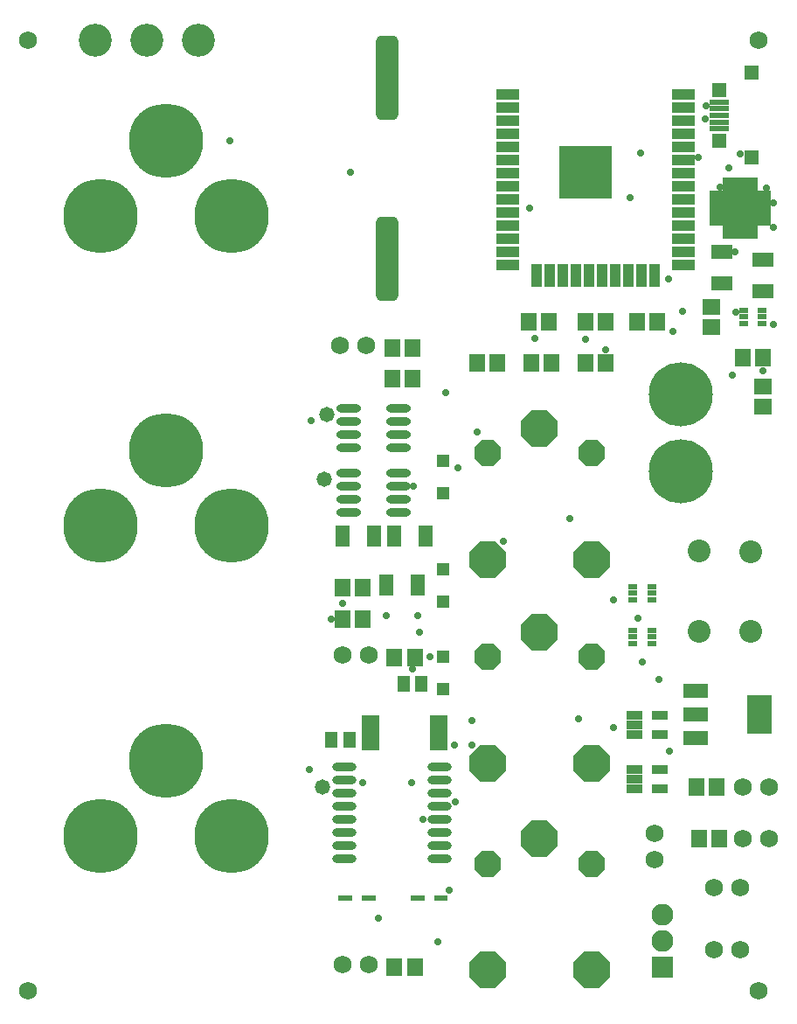
<source format=gts>
G04 Layer_Color=20142*
%FSLAX24Y24*%
%MOIN*%
G70*
G01*
G75*
%ADD66R,0.2326X0.1340*%
%ADD67R,0.1340X0.2326*%
%ADD68R,0.0612X0.0690*%
%ADD69R,0.0533X0.0789*%
%ADD70O,0.0946X0.0316*%
%ADD71R,0.0960X0.0560*%
%ADD72R,0.0950X0.1500*%
%ADD73R,0.0789X0.0533*%
%ADD74R,0.0257X0.0218*%
%ADD75R,0.0513X0.0631*%
%ADD76R,0.0592X0.0356*%
%ADD77R,0.0671X0.1340*%
%ADD78R,0.0671X0.1340*%
%ADD79R,0.0340X0.0198*%
%ADD80R,0.0474X0.0474*%
%ADD81R,0.0690X0.0612*%
%ADD82R,0.1312X0.1312*%
%ADD83O,0.0415X0.0159*%
%ADD84O,0.0159X0.0415*%
%ADD85O,0.0926X0.0316*%
%ADD86R,0.0867X0.0434*%
%ADD87R,0.0434X0.0867*%
%ADD88R,0.2049X0.2049*%
%ADD89R,0.0769X0.0237*%
%ADD90C,0.1261*%
%ADD91C,0.0680*%
%ADD92C,0.2836*%
%ADD93C,0.2442*%
%ADD94C,0.0867*%
%ADD95P,0.1098X8X292.5*%
%ADD96P,0.1524X8X292.5*%
%ADD97C,0.1080*%
%ADD98C,0.0830*%
%ADD99R,0.0830X0.0830*%
G04:AMPARAMS|DCode=100|XSize=323mil|YSize=86.7mil|CornerRadius=23.7mil|HoleSize=0mil|Usage=FLASHONLY|Rotation=270.000|XOffset=0mil|YOffset=0mil|HoleType=Round|Shape=RoundedRectangle|*
%AMROUNDEDRECTD100*
21,1,0.3230,0.0394,0,0,270.0*
21,1,0.2756,0.0867,0,0,270.0*
1,1,0.0474,-0.0197,-0.1378*
1,1,0.0474,-0.0197,0.1378*
1,1,0.0474,0.0197,0.1378*
1,1,0.0474,0.0197,-0.1378*
%
%ADD100ROUNDEDRECTD100*%
%ADD101R,0.0580X0.0580*%
%ADD102C,0.0277*%
%ADD103C,0.0580*%
%ADD104C,0.0316*%
D66*
X37992Y40846D02*
D03*
D67*
X37992Y40847D02*
D03*
D68*
X24813Y23720D02*
D03*
X25581D02*
D03*
X23612Y26378D02*
D03*
X22844D02*
D03*
X27963Y34941D02*
D03*
X28730D02*
D03*
X30699Y36516D02*
D03*
X29931D02*
D03*
X30030Y34941D02*
D03*
X30797D02*
D03*
X24715Y34350D02*
D03*
X25482D02*
D03*
X32096Y36516D02*
D03*
X32864D02*
D03*
X38100Y35138D02*
D03*
X38868D02*
D03*
X34065Y36516D02*
D03*
X34833D02*
D03*
X37195Y16831D02*
D03*
X36427D02*
D03*
X37096Y18799D02*
D03*
X36329D02*
D03*
X24715Y35531D02*
D03*
X25482D02*
D03*
X24813Y11909D02*
D03*
X25581D02*
D03*
X32864Y34941D02*
D03*
X32096D02*
D03*
X23612Y25197D02*
D03*
X22844D02*
D03*
D69*
X24508Y26476D02*
D03*
X25689D02*
D03*
X24803Y28346D02*
D03*
X25984D02*
D03*
X24016D02*
D03*
X22835D02*
D03*
D70*
X24961Y29270D02*
D03*
Y29770D02*
D03*
Y30270D02*
D03*
Y30770D02*
D03*
X23071Y29270D02*
D03*
Y29770D02*
D03*
Y30270D02*
D03*
Y30770D02*
D03*
X24961Y31730D02*
D03*
Y32230D02*
D03*
Y32730D02*
D03*
Y33230D02*
D03*
X23071Y31730D02*
D03*
Y32230D02*
D03*
Y32730D02*
D03*
Y33230D02*
D03*
D71*
X36280Y22465D02*
D03*
Y21555D02*
D03*
Y20645D02*
D03*
D72*
X38730Y21555D02*
D03*
D73*
X38878Y38878D02*
D03*
Y37697D02*
D03*
X37303Y39173D02*
D03*
Y37992D02*
D03*
D74*
X26703Y14567D02*
D03*
X26447D02*
D03*
X25817D02*
D03*
X25561D02*
D03*
X23947D02*
D03*
X23691D02*
D03*
X23061D02*
D03*
X22805D02*
D03*
D75*
X25148Y22736D02*
D03*
X25837D02*
D03*
X22392Y20571D02*
D03*
X23081D02*
D03*
D76*
X34921Y21535D02*
D03*
Y20787D02*
D03*
X33976D02*
D03*
Y21161D02*
D03*
Y21535D02*
D03*
X34921Y19468D02*
D03*
Y18720D02*
D03*
X33976D02*
D03*
Y19094D02*
D03*
Y19468D02*
D03*
D77*
X23898Y20866D02*
D03*
D78*
X26496D02*
D03*
D79*
X33890Y24764D02*
D03*
Y24508D02*
D03*
Y24252D02*
D03*
X34614D02*
D03*
Y24508D02*
D03*
Y24764D02*
D03*
Y25925D02*
D03*
Y26181D02*
D03*
Y26437D02*
D03*
X33890D02*
D03*
Y26181D02*
D03*
Y25925D02*
D03*
X38122Y36969D02*
D03*
Y36713D02*
D03*
Y36457D02*
D03*
X38846D02*
D03*
Y36713D02*
D03*
Y36969D02*
D03*
D80*
X26673Y25856D02*
D03*
Y27096D02*
D03*
Y22510D02*
D03*
Y23750D02*
D03*
Y29990D02*
D03*
Y31230D02*
D03*
D81*
X36909Y37096D02*
D03*
Y36329D02*
D03*
X38878Y33278D02*
D03*
Y34045D02*
D03*
D82*
X37992Y40846D02*
D03*
D83*
X38947Y41437D02*
D03*
Y41240D02*
D03*
Y41043D02*
D03*
Y40846D02*
D03*
Y40650D02*
D03*
Y40453D02*
D03*
Y40256D02*
D03*
X37037D02*
D03*
Y40453D02*
D03*
Y40650D02*
D03*
Y40846D02*
D03*
Y41043D02*
D03*
Y41240D02*
D03*
Y41437D02*
D03*
D84*
X38583Y39892D02*
D03*
X38386D02*
D03*
X38189D02*
D03*
X37992D02*
D03*
X37795D02*
D03*
X37598D02*
D03*
X37402D02*
D03*
Y41801D02*
D03*
X37598D02*
D03*
X37795D02*
D03*
X37992D02*
D03*
X38189D02*
D03*
X38386D02*
D03*
X38583D02*
D03*
D85*
X22894Y19565D02*
D03*
Y19065D02*
D03*
Y18565D02*
D03*
Y18065D02*
D03*
Y17565D02*
D03*
Y17065D02*
D03*
Y16565D02*
D03*
Y16065D02*
D03*
X26516Y19565D02*
D03*
Y19065D02*
D03*
Y18565D02*
D03*
Y18065D02*
D03*
Y17565D02*
D03*
Y17065D02*
D03*
Y16565D02*
D03*
Y16065D02*
D03*
D86*
X29142Y38672D02*
D03*
Y45172D02*
D03*
Y44672D02*
D03*
Y44172D02*
D03*
Y43672D02*
D03*
Y43172D02*
D03*
Y42672D02*
D03*
Y42172D02*
D03*
Y41672D02*
D03*
Y41172D02*
D03*
Y40672D02*
D03*
Y40172D02*
D03*
Y39672D02*
D03*
Y39172D02*
D03*
X35835D02*
D03*
Y39672D02*
D03*
Y40172D02*
D03*
Y40672D02*
D03*
Y41172D02*
D03*
Y41672D02*
D03*
Y42172D02*
D03*
Y42672D02*
D03*
Y43172D02*
D03*
Y43672D02*
D03*
Y44172D02*
D03*
Y44672D02*
D03*
Y45172D02*
D03*
Y38672D02*
D03*
D87*
X34238Y38279D02*
D03*
X33738D02*
D03*
X33238D02*
D03*
X32738D02*
D03*
X32238D02*
D03*
X31738D02*
D03*
X31238D02*
D03*
X30738Y38272D02*
D03*
X30238Y38279D02*
D03*
X34738D02*
D03*
D88*
X32111Y42222D02*
D03*
D89*
X37205Y44902D02*
D03*
Y44646D02*
D03*
Y43878D02*
D03*
Y44134D02*
D03*
Y44390D02*
D03*
D90*
X17323Y47244D02*
D03*
X15354D02*
D03*
X13386D02*
D03*
D91*
X38681Y11024D02*
D03*
X38000Y12598D02*
D03*
X37000D02*
D03*
X38000Y14961D02*
D03*
X37000D02*
D03*
X38681Y47244D02*
D03*
X10827D02*
D03*
X23819Y23819D02*
D03*
X22819D02*
D03*
X23720Y35630D02*
D03*
X22720D02*
D03*
X38091Y18799D02*
D03*
X39091D02*
D03*
X38091Y16831D02*
D03*
X39091D02*
D03*
X10827Y11024D02*
D03*
X34744Y17035D02*
D03*
Y16035D02*
D03*
X23819Y12008D02*
D03*
X22819D02*
D03*
D92*
X13602Y40551D02*
D03*
X16102Y43425D02*
D03*
X18602Y40551D02*
D03*
X13602Y28740D02*
D03*
X16102Y31614D02*
D03*
X18602Y28740D02*
D03*
X13602Y16929D02*
D03*
X16102Y19803D02*
D03*
X18602Y16929D02*
D03*
D93*
X35728Y30807D02*
D03*
Y33760D02*
D03*
D94*
X36417Y24720D02*
D03*
X38387Y24705D02*
D03*
X36417Y27772D02*
D03*
X38387Y27756D02*
D03*
D95*
X28365Y15869D02*
D03*
X32315D02*
D03*
X28365Y23743D02*
D03*
X32315D02*
D03*
Y31518D02*
D03*
X28365D02*
D03*
D96*
X30315Y16818D02*
D03*
X32315Y11818D02*
D03*
X28365D02*
D03*
X30315Y24693D02*
D03*
X32315Y19693D02*
D03*
X28365D02*
D03*
Y27468D02*
D03*
X32315D02*
D03*
X30315Y32468D02*
D03*
D97*
X32111Y42222D02*
D03*
D98*
X35039Y13909D02*
D03*
Y12909D02*
D03*
D99*
Y11909D02*
D03*
D100*
X24528Y38928D02*
D03*
Y45818D02*
D03*
D101*
X38417Y42776D02*
D03*
Y46004D02*
D03*
X37205Y45344D02*
D03*
Y43435D02*
D03*
D102*
X24213Y13780D02*
D03*
X26476Y12894D02*
D03*
X22844Y25787D02*
D03*
X26880Y14860D02*
D03*
X33160Y25925D02*
D03*
Y21070D02*
D03*
X34090Y25214D02*
D03*
X31490Y29016D02*
D03*
X27963Y32333D02*
D03*
X28960Y28160D02*
D03*
X25530Y30240D02*
D03*
X21640Y32760D02*
D03*
X34900Y22890D02*
D03*
X34250Y23540D02*
D03*
X24508Y25330D02*
D03*
X25700D02*
D03*
X32864Y35460D02*
D03*
X39257Y41043D02*
D03*
X39270Y36420D02*
D03*
X38990Y41610D02*
D03*
X39270Y40120D02*
D03*
X37820Y36890D02*
D03*
X23130Y42230D02*
D03*
X34210Y42950D02*
D03*
X32096Y35850D02*
D03*
X35270Y38160D02*
D03*
X18520Y43430D02*
D03*
X36390Y42792D02*
D03*
X21570Y19470D02*
D03*
X25900Y17565D02*
D03*
X36670Y44260D02*
D03*
X37992Y42930D02*
D03*
X27240Y30970D02*
D03*
X27770Y21310D02*
D03*
X25770Y24690D02*
D03*
X25510Y23280D02*
D03*
X26160Y23750D02*
D03*
X26772Y33810D02*
D03*
X35430Y36140D02*
D03*
X36690Y44740D02*
D03*
X37230Y41670D02*
D03*
X37790Y39180D02*
D03*
X27129Y18209D02*
D03*
X22410Y25197D02*
D03*
X29960Y40850D02*
D03*
X35790Y36920D02*
D03*
X38878Y34660D02*
D03*
X25465Y18950D02*
D03*
X23610D02*
D03*
X30160Y35890D02*
D03*
X37700Y34498D02*
D03*
X27110Y20380D02*
D03*
X27770D02*
D03*
X31820Y21390D02*
D03*
X33800Y41270D02*
D03*
X35280Y20160D02*
D03*
X37559Y42402D02*
D03*
D103*
X22146Y30512D02*
D03*
X22244Y32972D02*
D03*
X22047Y18799D02*
D03*
D104*
X37559Y40413D02*
D03*
Y40846D02*
D03*
Y41280D02*
D03*
X37992Y40413D02*
D03*
Y40846D02*
D03*
Y41280D02*
D03*
X38425Y40413D02*
D03*
Y40846D02*
D03*
Y41280D02*
D03*
M02*

</source>
